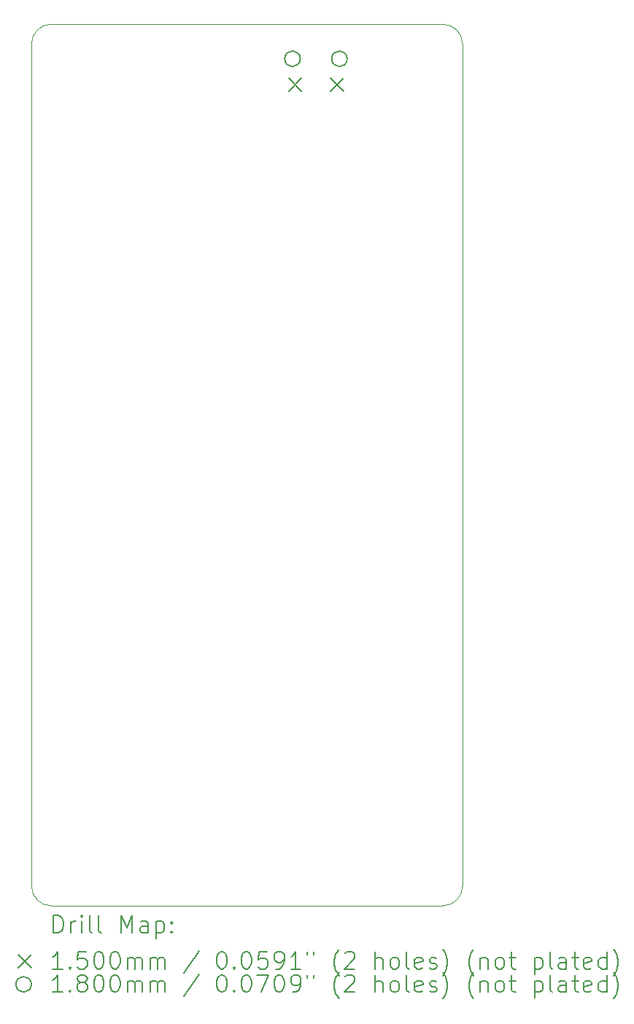
<source format=gbr>
%FSLAX45Y45*%
G04 Gerber Fmt 4.5, Leading zero omitted, Abs format (unit mm)*
G04 Created by KiCad (PCBNEW (6.0.0)) date 2022-01-02 23:15:30*
%MOMM*%
%LPD*%
G01*
G04 APERTURE LIST*
%TA.AperFunction,Profile*%
%ADD10C,0.050000*%
%TD*%
%ADD11C,0.200000*%
%ADD12C,0.150000*%
%ADD13C,0.180000*%
G04 APERTURE END LIST*
D10*
X6900000Y-6025000D02*
X6900000Y-15800000D01*
X11900000Y-15800000D02*
X11900000Y-6025000D01*
X7125000Y-5800000D02*
G75*
G03*
X6900000Y-6025000I0J-225000D01*
G01*
X7125000Y-16025000D02*
X11675000Y-16025000D01*
X11675000Y-16025000D02*
G75*
G03*
X11900000Y-15800000I0J225000D01*
G01*
X6900000Y-15800000D02*
G75*
G03*
X7125000Y-16025000I225000J0D01*
G01*
X11900000Y-6025000D02*
G75*
G03*
X11675000Y-5800000I-225000J0D01*
G01*
X11675000Y-5800000D02*
X7125000Y-5800000D01*
D11*
D12*
X9882500Y-6428000D02*
X10032500Y-6578000D01*
X10032500Y-6428000D02*
X9882500Y-6578000D01*
X10367500Y-6428000D02*
X10517500Y-6578000D01*
X10517500Y-6428000D02*
X10367500Y-6578000D01*
D13*
X10017500Y-6200000D02*
G75*
G03*
X10017500Y-6200000I-90000J0D01*
G01*
X10562500Y-6200000D02*
G75*
G03*
X10562500Y-6200000I-90000J0D01*
G01*
D11*
X7155119Y-16337976D02*
X7155119Y-16137976D01*
X7202738Y-16137976D01*
X7231309Y-16147500D01*
X7250357Y-16166548D01*
X7259881Y-16185595D01*
X7269405Y-16223690D01*
X7269405Y-16252262D01*
X7259881Y-16290357D01*
X7250357Y-16309405D01*
X7231309Y-16328452D01*
X7202738Y-16337976D01*
X7155119Y-16337976D01*
X7355119Y-16337976D02*
X7355119Y-16204643D01*
X7355119Y-16242738D02*
X7364643Y-16223690D01*
X7374167Y-16214167D01*
X7393214Y-16204643D01*
X7412262Y-16204643D01*
X7478928Y-16337976D02*
X7478928Y-16204643D01*
X7478928Y-16137976D02*
X7469405Y-16147500D01*
X7478928Y-16157024D01*
X7488452Y-16147500D01*
X7478928Y-16137976D01*
X7478928Y-16157024D01*
X7602738Y-16337976D02*
X7583690Y-16328452D01*
X7574167Y-16309405D01*
X7574167Y-16137976D01*
X7707500Y-16337976D02*
X7688452Y-16328452D01*
X7678928Y-16309405D01*
X7678928Y-16137976D01*
X7936071Y-16337976D02*
X7936071Y-16137976D01*
X8002738Y-16280833D01*
X8069405Y-16137976D01*
X8069405Y-16337976D01*
X8250357Y-16337976D02*
X8250357Y-16233214D01*
X8240833Y-16214167D01*
X8221786Y-16204643D01*
X8183690Y-16204643D01*
X8164643Y-16214167D01*
X8250357Y-16328452D02*
X8231309Y-16337976D01*
X8183690Y-16337976D01*
X8164643Y-16328452D01*
X8155119Y-16309405D01*
X8155119Y-16290357D01*
X8164643Y-16271309D01*
X8183690Y-16261786D01*
X8231309Y-16261786D01*
X8250357Y-16252262D01*
X8345595Y-16204643D02*
X8345595Y-16404643D01*
X8345595Y-16214167D02*
X8364643Y-16204643D01*
X8402738Y-16204643D01*
X8421786Y-16214167D01*
X8431310Y-16223690D01*
X8440833Y-16242738D01*
X8440833Y-16299881D01*
X8431310Y-16318928D01*
X8421786Y-16328452D01*
X8402738Y-16337976D01*
X8364643Y-16337976D01*
X8345595Y-16328452D01*
X8526548Y-16318928D02*
X8536071Y-16328452D01*
X8526548Y-16337976D01*
X8517024Y-16328452D01*
X8526548Y-16318928D01*
X8526548Y-16337976D01*
X8526548Y-16214167D02*
X8536071Y-16223690D01*
X8526548Y-16233214D01*
X8517024Y-16223690D01*
X8526548Y-16214167D01*
X8526548Y-16233214D01*
D12*
X6747500Y-16592500D02*
X6897500Y-16742500D01*
X6897500Y-16592500D02*
X6747500Y-16742500D01*
D11*
X7259881Y-16757976D02*
X7145595Y-16757976D01*
X7202738Y-16757976D02*
X7202738Y-16557976D01*
X7183690Y-16586548D01*
X7164643Y-16605595D01*
X7145595Y-16615119D01*
X7345595Y-16738928D02*
X7355119Y-16748452D01*
X7345595Y-16757976D01*
X7336071Y-16748452D01*
X7345595Y-16738928D01*
X7345595Y-16757976D01*
X7536071Y-16557976D02*
X7440833Y-16557976D01*
X7431309Y-16653214D01*
X7440833Y-16643690D01*
X7459881Y-16634167D01*
X7507500Y-16634167D01*
X7526548Y-16643690D01*
X7536071Y-16653214D01*
X7545595Y-16672262D01*
X7545595Y-16719881D01*
X7536071Y-16738928D01*
X7526548Y-16748452D01*
X7507500Y-16757976D01*
X7459881Y-16757976D01*
X7440833Y-16748452D01*
X7431309Y-16738928D01*
X7669405Y-16557976D02*
X7688452Y-16557976D01*
X7707500Y-16567500D01*
X7717024Y-16577024D01*
X7726548Y-16596071D01*
X7736071Y-16634167D01*
X7736071Y-16681786D01*
X7726548Y-16719881D01*
X7717024Y-16738928D01*
X7707500Y-16748452D01*
X7688452Y-16757976D01*
X7669405Y-16757976D01*
X7650357Y-16748452D01*
X7640833Y-16738928D01*
X7631309Y-16719881D01*
X7621786Y-16681786D01*
X7621786Y-16634167D01*
X7631309Y-16596071D01*
X7640833Y-16577024D01*
X7650357Y-16567500D01*
X7669405Y-16557976D01*
X7859881Y-16557976D02*
X7878928Y-16557976D01*
X7897976Y-16567500D01*
X7907500Y-16577024D01*
X7917024Y-16596071D01*
X7926548Y-16634167D01*
X7926548Y-16681786D01*
X7917024Y-16719881D01*
X7907500Y-16738928D01*
X7897976Y-16748452D01*
X7878928Y-16757976D01*
X7859881Y-16757976D01*
X7840833Y-16748452D01*
X7831309Y-16738928D01*
X7821786Y-16719881D01*
X7812262Y-16681786D01*
X7812262Y-16634167D01*
X7821786Y-16596071D01*
X7831309Y-16577024D01*
X7840833Y-16567500D01*
X7859881Y-16557976D01*
X8012262Y-16757976D02*
X8012262Y-16624643D01*
X8012262Y-16643690D02*
X8021786Y-16634167D01*
X8040833Y-16624643D01*
X8069405Y-16624643D01*
X8088452Y-16634167D01*
X8097976Y-16653214D01*
X8097976Y-16757976D01*
X8097976Y-16653214D02*
X8107500Y-16634167D01*
X8126548Y-16624643D01*
X8155119Y-16624643D01*
X8174167Y-16634167D01*
X8183690Y-16653214D01*
X8183690Y-16757976D01*
X8278928Y-16757976D02*
X8278928Y-16624643D01*
X8278928Y-16643690D02*
X8288452Y-16634167D01*
X8307500Y-16624643D01*
X8336071Y-16624643D01*
X8355119Y-16634167D01*
X8364643Y-16653214D01*
X8364643Y-16757976D01*
X8364643Y-16653214D02*
X8374167Y-16634167D01*
X8393214Y-16624643D01*
X8421786Y-16624643D01*
X8440833Y-16634167D01*
X8450357Y-16653214D01*
X8450357Y-16757976D01*
X8840833Y-16548452D02*
X8669405Y-16805595D01*
X9097976Y-16557976D02*
X9117024Y-16557976D01*
X9136071Y-16567500D01*
X9145595Y-16577024D01*
X9155119Y-16596071D01*
X9164643Y-16634167D01*
X9164643Y-16681786D01*
X9155119Y-16719881D01*
X9145595Y-16738928D01*
X9136071Y-16748452D01*
X9117024Y-16757976D01*
X9097976Y-16757976D01*
X9078929Y-16748452D01*
X9069405Y-16738928D01*
X9059881Y-16719881D01*
X9050357Y-16681786D01*
X9050357Y-16634167D01*
X9059881Y-16596071D01*
X9069405Y-16577024D01*
X9078929Y-16567500D01*
X9097976Y-16557976D01*
X9250357Y-16738928D02*
X9259881Y-16748452D01*
X9250357Y-16757976D01*
X9240833Y-16748452D01*
X9250357Y-16738928D01*
X9250357Y-16757976D01*
X9383690Y-16557976D02*
X9402738Y-16557976D01*
X9421786Y-16567500D01*
X9431310Y-16577024D01*
X9440833Y-16596071D01*
X9450357Y-16634167D01*
X9450357Y-16681786D01*
X9440833Y-16719881D01*
X9431310Y-16738928D01*
X9421786Y-16748452D01*
X9402738Y-16757976D01*
X9383690Y-16757976D01*
X9364643Y-16748452D01*
X9355119Y-16738928D01*
X9345595Y-16719881D01*
X9336071Y-16681786D01*
X9336071Y-16634167D01*
X9345595Y-16596071D01*
X9355119Y-16577024D01*
X9364643Y-16567500D01*
X9383690Y-16557976D01*
X9631310Y-16557976D02*
X9536071Y-16557976D01*
X9526548Y-16653214D01*
X9536071Y-16643690D01*
X9555119Y-16634167D01*
X9602738Y-16634167D01*
X9621786Y-16643690D01*
X9631310Y-16653214D01*
X9640833Y-16672262D01*
X9640833Y-16719881D01*
X9631310Y-16738928D01*
X9621786Y-16748452D01*
X9602738Y-16757976D01*
X9555119Y-16757976D01*
X9536071Y-16748452D01*
X9526548Y-16738928D01*
X9736071Y-16757976D02*
X9774167Y-16757976D01*
X9793214Y-16748452D01*
X9802738Y-16738928D01*
X9821786Y-16710357D01*
X9831310Y-16672262D01*
X9831310Y-16596071D01*
X9821786Y-16577024D01*
X9812262Y-16567500D01*
X9793214Y-16557976D01*
X9755119Y-16557976D01*
X9736071Y-16567500D01*
X9726548Y-16577024D01*
X9717024Y-16596071D01*
X9717024Y-16643690D01*
X9726548Y-16662738D01*
X9736071Y-16672262D01*
X9755119Y-16681786D01*
X9793214Y-16681786D01*
X9812262Y-16672262D01*
X9821786Y-16662738D01*
X9831310Y-16643690D01*
X10021786Y-16757976D02*
X9907500Y-16757976D01*
X9964643Y-16757976D02*
X9964643Y-16557976D01*
X9945595Y-16586548D01*
X9926548Y-16605595D01*
X9907500Y-16615119D01*
X10097976Y-16557976D02*
X10097976Y-16596071D01*
X10174167Y-16557976D02*
X10174167Y-16596071D01*
X10469405Y-16834167D02*
X10459881Y-16824643D01*
X10440833Y-16796071D01*
X10431310Y-16777024D01*
X10421786Y-16748452D01*
X10412262Y-16700833D01*
X10412262Y-16662738D01*
X10421786Y-16615119D01*
X10431310Y-16586548D01*
X10440833Y-16567500D01*
X10459881Y-16538928D01*
X10469405Y-16529405D01*
X10536071Y-16577024D02*
X10545595Y-16567500D01*
X10564643Y-16557976D01*
X10612262Y-16557976D01*
X10631310Y-16567500D01*
X10640833Y-16577024D01*
X10650357Y-16596071D01*
X10650357Y-16615119D01*
X10640833Y-16643690D01*
X10526548Y-16757976D01*
X10650357Y-16757976D01*
X10888452Y-16757976D02*
X10888452Y-16557976D01*
X10974167Y-16757976D02*
X10974167Y-16653214D01*
X10964643Y-16634167D01*
X10945595Y-16624643D01*
X10917024Y-16624643D01*
X10897976Y-16634167D01*
X10888452Y-16643690D01*
X11097976Y-16757976D02*
X11078929Y-16748452D01*
X11069405Y-16738928D01*
X11059881Y-16719881D01*
X11059881Y-16662738D01*
X11069405Y-16643690D01*
X11078929Y-16634167D01*
X11097976Y-16624643D01*
X11126548Y-16624643D01*
X11145595Y-16634167D01*
X11155119Y-16643690D01*
X11164643Y-16662738D01*
X11164643Y-16719881D01*
X11155119Y-16738928D01*
X11145595Y-16748452D01*
X11126548Y-16757976D01*
X11097976Y-16757976D01*
X11278928Y-16757976D02*
X11259881Y-16748452D01*
X11250357Y-16729405D01*
X11250357Y-16557976D01*
X11431309Y-16748452D02*
X11412262Y-16757976D01*
X11374167Y-16757976D01*
X11355119Y-16748452D01*
X11345595Y-16729405D01*
X11345595Y-16653214D01*
X11355119Y-16634167D01*
X11374167Y-16624643D01*
X11412262Y-16624643D01*
X11431309Y-16634167D01*
X11440833Y-16653214D01*
X11440833Y-16672262D01*
X11345595Y-16691309D01*
X11517024Y-16748452D02*
X11536071Y-16757976D01*
X11574167Y-16757976D01*
X11593214Y-16748452D01*
X11602738Y-16729405D01*
X11602738Y-16719881D01*
X11593214Y-16700833D01*
X11574167Y-16691309D01*
X11545595Y-16691309D01*
X11526548Y-16681786D01*
X11517024Y-16662738D01*
X11517024Y-16653214D01*
X11526548Y-16634167D01*
X11545595Y-16624643D01*
X11574167Y-16624643D01*
X11593214Y-16634167D01*
X11669405Y-16834167D02*
X11678928Y-16824643D01*
X11697976Y-16796071D01*
X11707500Y-16777024D01*
X11717024Y-16748452D01*
X11726548Y-16700833D01*
X11726548Y-16662738D01*
X11717024Y-16615119D01*
X11707500Y-16586548D01*
X11697976Y-16567500D01*
X11678928Y-16538928D01*
X11669405Y-16529405D01*
X12031309Y-16834167D02*
X12021786Y-16824643D01*
X12002738Y-16796071D01*
X11993214Y-16777024D01*
X11983690Y-16748452D01*
X11974167Y-16700833D01*
X11974167Y-16662738D01*
X11983690Y-16615119D01*
X11993214Y-16586548D01*
X12002738Y-16567500D01*
X12021786Y-16538928D01*
X12031309Y-16529405D01*
X12107500Y-16624643D02*
X12107500Y-16757976D01*
X12107500Y-16643690D02*
X12117024Y-16634167D01*
X12136071Y-16624643D01*
X12164643Y-16624643D01*
X12183690Y-16634167D01*
X12193214Y-16653214D01*
X12193214Y-16757976D01*
X12317024Y-16757976D02*
X12297976Y-16748452D01*
X12288452Y-16738928D01*
X12278928Y-16719881D01*
X12278928Y-16662738D01*
X12288452Y-16643690D01*
X12297976Y-16634167D01*
X12317024Y-16624643D01*
X12345595Y-16624643D01*
X12364643Y-16634167D01*
X12374167Y-16643690D01*
X12383690Y-16662738D01*
X12383690Y-16719881D01*
X12374167Y-16738928D01*
X12364643Y-16748452D01*
X12345595Y-16757976D01*
X12317024Y-16757976D01*
X12440833Y-16624643D02*
X12517024Y-16624643D01*
X12469405Y-16557976D02*
X12469405Y-16729405D01*
X12478928Y-16748452D01*
X12497976Y-16757976D01*
X12517024Y-16757976D01*
X12736071Y-16624643D02*
X12736071Y-16824643D01*
X12736071Y-16634167D02*
X12755119Y-16624643D01*
X12793214Y-16624643D01*
X12812262Y-16634167D01*
X12821786Y-16643690D01*
X12831309Y-16662738D01*
X12831309Y-16719881D01*
X12821786Y-16738928D01*
X12812262Y-16748452D01*
X12793214Y-16757976D01*
X12755119Y-16757976D01*
X12736071Y-16748452D01*
X12945595Y-16757976D02*
X12926548Y-16748452D01*
X12917024Y-16729405D01*
X12917024Y-16557976D01*
X13107500Y-16757976D02*
X13107500Y-16653214D01*
X13097976Y-16634167D01*
X13078928Y-16624643D01*
X13040833Y-16624643D01*
X13021786Y-16634167D01*
X13107500Y-16748452D02*
X13088452Y-16757976D01*
X13040833Y-16757976D01*
X13021786Y-16748452D01*
X13012262Y-16729405D01*
X13012262Y-16710357D01*
X13021786Y-16691309D01*
X13040833Y-16681786D01*
X13088452Y-16681786D01*
X13107500Y-16672262D01*
X13174167Y-16624643D02*
X13250357Y-16624643D01*
X13202738Y-16557976D02*
X13202738Y-16729405D01*
X13212262Y-16748452D01*
X13231309Y-16757976D01*
X13250357Y-16757976D01*
X13393214Y-16748452D02*
X13374167Y-16757976D01*
X13336071Y-16757976D01*
X13317024Y-16748452D01*
X13307500Y-16729405D01*
X13307500Y-16653214D01*
X13317024Y-16634167D01*
X13336071Y-16624643D01*
X13374167Y-16624643D01*
X13393214Y-16634167D01*
X13402738Y-16653214D01*
X13402738Y-16672262D01*
X13307500Y-16691309D01*
X13574167Y-16757976D02*
X13574167Y-16557976D01*
X13574167Y-16748452D02*
X13555119Y-16757976D01*
X13517024Y-16757976D01*
X13497976Y-16748452D01*
X13488452Y-16738928D01*
X13478928Y-16719881D01*
X13478928Y-16662738D01*
X13488452Y-16643690D01*
X13497976Y-16634167D01*
X13517024Y-16624643D01*
X13555119Y-16624643D01*
X13574167Y-16634167D01*
X13650357Y-16834167D02*
X13659881Y-16824643D01*
X13678928Y-16796071D01*
X13688452Y-16777024D01*
X13697976Y-16748452D01*
X13707500Y-16700833D01*
X13707500Y-16662738D01*
X13697976Y-16615119D01*
X13688452Y-16586548D01*
X13678928Y-16567500D01*
X13659881Y-16538928D01*
X13650357Y-16529405D01*
D13*
X6897500Y-16937500D02*
G75*
G03*
X6897500Y-16937500I-90000J0D01*
G01*
D11*
X7259881Y-17027976D02*
X7145595Y-17027976D01*
X7202738Y-17027976D02*
X7202738Y-16827976D01*
X7183690Y-16856548D01*
X7164643Y-16875595D01*
X7145595Y-16885119D01*
X7345595Y-17008929D02*
X7355119Y-17018452D01*
X7345595Y-17027976D01*
X7336071Y-17018452D01*
X7345595Y-17008929D01*
X7345595Y-17027976D01*
X7469405Y-16913690D02*
X7450357Y-16904167D01*
X7440833Y-16894643D01*
X7431309Y-16875595D01*
X7431309Y-16866071D01*
X7440833Y-16847024D01*
X7450357Y-16837500D01*
X7469405Y-16827976D01*
X7507500Y-16827976D01*
X7526548Y-16837500D01*
X7536071Y-16847024D01*
X7545595Y-16866071D01*
X7545595Y-16875595D01*
X7536071Y-16894643D01*
X7526548Y-16904167D01*
X7507500Y-16913690D01*
X7469405Y-16913690D01*
X7450357Y-16923214D01*
X7440833Y-16932738D01*
X7431309Y-16951786D01*
X7431309Y-16989881D01*
X7440833Y-17008929D01*
X7450357Y-17018452D01*
X7469405Y-17027976D01*
X7507500Y-17027976D01*
X7526548Y-17018452D01*
X7536071Y-17008929D01*
X7545595Y-16989881D01*
X7545595Y-16951786D01*
X7536071Y-16932738D01*
X7526548Y-16923214D01*
X7507500Y-16913690D01*
X7669405Y-16827976D02*
X7688452Y-16827976D01*
X7707500Y-16837500D01*
X7717024Y-16847024D01*
X7726548Y-16866071D01*
X7736071Y-16904167D01*
X7736071Y-16951786D01*
X7726548Y-16989881D01*
X7717024Y-17008929D01*
X7707500Y-17018452D01*
X7688452Y-17027976D01*
X7669405Y-17027976D01*
X7650357Y-17018452D01*
X7640833Y-17008929D01*
X7631309Y-16989881D01*
X7621786Y-16951786D01*
X7621786Y-16904167D01*
X7631309Y-16866071D01*
X7640833Y-16847024D01*
X7650357Y-16837500D01*
X7669405Y-16827976D01*
X7859881Y-16827976D02*
X7878928Y-16827976D01*
X7897976Y-16837500D01*
X7907500Y-16847024D01*
X7917024Y-16866071D01*
X7926548Y-16904167D01*
X7926548Y-16951786D01*
X7917024Y-16989881D01*
X7907500Y-17008929D01*
X7897976Y-17018452D01*
X7878928Y-17027976D01*
X7859881Y-17027976D01*
X7840833Y-17018452D01*
X7831309Y-17008929D01*
X7821786Y-16989881D01*
X7812262Y-16951786D01*
X7812262Y-16904167D01*
X7821786Y-16866071D01*
X7831309Y-16847024D01*
X7840833Y-16837500D01*
X7859881Y-16827976D01*
X8012262Y-17027976D02*
X8012262Y-16894643D01*
X8012262Y-16913690D02*
X8021786Y-16904167D01*
X8040833Y-16894643D01*
X8069405Y-16894643D01*
X8088452Y-16904167D01*
X8097976Y-16923214D01*
X8097976Y-17027976D01*
X8097976Y-16923214D02*
X8107500Y-16904167D01*
X8126548Y-16894643D01*
X8155119Y-16894643D01*
X8174167Y-16904167D01*
X8183690Y-16923214D01*
X8183690Y-17027976D01*
X8278928Y-17027976D02*
X8278928Y-16894643D01*
X8278928Y-16913690D02*
X8288452Y-16904167D01*
X8307500Y-16894643D01*
X8336071Y-16894643D01*
X8355119Y-16904167D01*
X8364643Y-16923214D01*
X8364643Y-17027976D01*
X8364643Y-16923214D02*
X8374167Y-16904167D01*
X8393214Y-16894643D01*
X8421786Y-16894643D01*
X8440833Y-16904167D01*
X8450357Y-16923214D01*
X8450357Y-17027976D01*
X8840833Y-16818452D02*
X8669405Y-17075595D01*
X9097976Y-16827976D02*
X9117024Y-16827976D01*
X9136071Y-16837500D01*
X9145595Y-16847024D01*
X9155119Y-16866071D01*
X9164643Y-16904167D01*
X9164643Y-16951786D01*
X9155119Y-16989881D01*
X9145595Y-17008929D01*
X9136071Y-17018452D01*
X9117024Y-17027976D01*
X9097976Y-17027976D01*
X9078929Y-17018452D01*
X9069405Y-17008929D01*
X9059881Y-16989881D01*
X9050357Y-16951786D01*
X9050357Y-16904167D01*
X9059881Y-16866071D01*
X9069405Y-16847024D01*
X9078929Y-16837500D01*
X9097976Y-16827976D01*
X9250357Y-17008929D02*
X9259881Y-17018452D01*
X9250357Y-17027976D01*
X9240833Y-17018452D01*
X9250357Y-17008929D01*
X9250357Y-17027976D01*
X9383690Y-16827976D02*
X9402738Y-16827976D01*
X9421786Y-16837500D01*
X9431310Y-16847024D01*
X9440833Y-16866071D01*
X9450357Y-16904167D01*
X9450357Y-16951786D01*
X9440833Y-16989881D01*
X9431310Y-17008929D01*
X9421786Y-17018452D01*
X9402738Y-17027976D01*
X9383690Y-17027976D01*
X9364643Y-17018452D01*
X9355119Y-17008929D01*
X9345595Y-16989881D01*
X9336071Y-16951786D01*
X9336071Y-16904167D01*
X9345595Y-16866071D01*
X9355119Y-16847024D01*
X9364643Y-16837500D01*
X9383690Y-16827976D01*
X9517024Y-16827976D02*
X9650357Y-16827976D01*
X9564643Y-17027976D01*
X9764643Y-16827976D02*
X9783690Y-16827976D01*
X9802738Y-16837500D01*
X9812262Y-16847024D01*
X9821786Y-16866071D01*
X9831310Y-16904167D01*
X9831310Y-16951786D01*
X9821786Y-16989881D01*
X9812262Y-17008929D01*
X9802738Y-17018452D01*
X9783690Y-17027976D01*
X9764643Y-17027976D01*
X9745595Y-17018452D01*
X9736071Y-17008929D01*
X9726548Y-16989881D01*
X9717024Y-16951786D01*
X9717024Y-16904167D01*
X9726548Y-16866071D01*
X9736071Y-16847024D01*
X9745595Y-16837500D01*
X9764643Y-16827976D01*
X9926548Y-17027976D02*
X9964643Y-17027976D01*
X9983690Y-17018452D01*
X9993214Y-17008929D01*
X10012262Y-16980357D01*
X10021786Y-16942262D01*
X10021786Y-16866071D01*
X10012262Y-16847024D01*
X10002738Y-16837500D01*
X9983690Y-16827976D01*
X9945595Y-16827976D01*
X9926548Y-16837500D01*
X9917024Y-16847024D01*
X9907500Y-16866071D01*
X9907500Y-16913690D01*
X9917024Y-16932738D01*
X9926548Y-16942262D01*
X9945595Y-16951786D01*
X9983690Y-16951786D01*
X10002738Y-16942262D01*
X10012262Y-16932738D01*
X10021786Y-16913690D01*
X10097976Y-16827976D02*
X10097976Y-16866071D01*
X10174167Y-16827976D02*
X10174167Y-16866071D01*
X10469405Y-17104167D02*
X10459881Y-17094643D01*
X10440833Y-17066071D01*
X10431310Y-17047024D01*
X10421786Y-17018452D01*
X10412262Y-16970833D01*
X10412262Y-16932738D01*
X10421786Y-16885119D01*
X10431310Y-16856548D01*
X10440833Y-16837500D01*
X10459881Y-16808929D01*
X10469405Y-16799405D01*
X10536071Y-16847024D02*
X10545595Y-16837500D01*
X10564643Y-16827976D01*
X10612262Y-16827976D01*
X10631310Y-16837500D01*
X10640833Y-16847024D01*
X10650357Y-16866071D01*
X10650357Y-16885119D01*
X10640833Y-16913690D01*
X10526548Y-17027976D01*
X10650357Y-17027976D01*
X10888452Y-17027976D02*
X10888452Y-16827976D01*
X10974167Y-17027976D02*
X10974167Y-16923214D01*
X10964643Y-16904167D01*
X10945595Y-16894643D01*
X10917024Y-16894643D01*
X10897976Y-16904167D01*
X10888452Y-16913690D01*
X11097976Y-17027976D02*
X11078929Y-17018452D01*
X11069405Y-17008929D01*
X11059881Y-16989881D01*
X11059881Y-16932738D01*
X11069405Y-16913690D01*
X11078929Y-16904167D01*
X11097976Y-16894643D01*
X11126548Y-16894643D01*
X11145595Y-16904167D01*
X11155119Y-16913690D01*
X11164643Y-16932738D01*
X11164643Y-16989881D01*
X11155119Y-17008929D01*
X11145595Y-17018452D01*
X11126548Y-17027976D01*
X11097976Y-17027976D01*
X11278928Y-17027976D02*
X11259881Y-17018452D01*
X11250357Y-16999405D01*
X11250357Y-16827976D01*
X11431309Y-17018452D02*
X11412262Y-17027976D01*
X11374167Y-17027976D01*
X11355119Y-17018452D01*
X11345595Y-16999405D01*
X11345595Y-16923214D01*
X11355119Y-16904167D01*
X11374167Y-16894643D01*
X11412262Y-16894643D01*
X11431309Y-16904167D01*
X11440833Y-16923214D01*
X11440833Y-16942262D01*
X11345595Y-16961310D01*
X11517024Y-17018452D02*
X11536071Y-17027976D01*
X11574167Y-17027976D01*
X11593214Y-17018452D01*
X11602738Y-16999405D01*
X11602738Y-16989881D01*
X11593214Y-16970833D01*
X11574167Y-16961310D01*
X11545595Y-16961310D01*
X11526548Y-16951786D01*
X11517024Y-16932738D01*
X11517024Y-16923214D01*
X11526548Y-16904167D01*
X11545595Y-16894643D01*
X11574167Y-16894643D01*
X11593214Y-16904167D01*
X11669405Y-17104167D02*
X11678928Y-17094643D01*
X11697976Y-17066071D01*
X11707500Y-17047024D01*
X11717024Y-17018452D01*
X11726548Y-16970833D01*
X11726548Y-16932738D01*
X11717024Y-16885119D01*
X11707500Y-16856548D01*
X11697976Y-16837500D01*
X11678928Y-16808929D01*
X11669405Y-16799405D01*
X12031309Y-17104167D02*
X12021786Y-17094643D01*
X12002738Y-17066071D01*
X11993214Y-17047024D01*
X11983690Y-17018452D01*
X11974167Y-16970833D01*
X11974167Y-16932738D01*
X11983690Y-16885119D01*
X11993214Y-16856548D01*
X12002738Y-16837500D01*
X12021786Y-16808929D01*
X12031309Y-16799405D01*
X12107500Y-16894643D02*
X12107500Y-17027976D01*
X12107500Y-16913690D02*
X12117024Y-16904167D01*
X12136071Y-16894643D01*
X12164643Y-16894643D01*
X12183690Y-16904167D01*
X12193214Y-16923214D01*
X12193214Y-17027976D01*
X12317024Y-17027976D02*
X12297976Y-17018452D01*
X12288452Y-17008929D01*
X12278928Y-16989881D01*
X12278928Y-16932738D01*
X12288452Y-16913690D01*
X12297976Y-16904167D01*
X12317024Y-16894643D01*
X12345595Y-16894643D01*
X12364643Y-16904167D01*
X12374167Y-16913690D01*
X12383690Y-16932738D01*
X12383690Y-16989881D01*
X12374167Y-17008929D01*
X12364643Y-17018452D01*
X12345595Y-17027976D01*
X12317024Y-17027976D01*
X12440833Y-16894643D02*
X12517024Y-16894643D01*
X12469405Y-16827976D02*
X12469405Y-16999405D01*
X12478928Y-17018452D01*
X12497976Y-17027976D01*
X12517024Y-17027976D01*
X12736071Y-16894643D02*
X12736071Y-17094643D01*
X12736071Y-16904167D02*
X12755119Y-16894643D01*
X12793214Y-16894643D01*
X12812262Y-16904167D01*
X12821786Y-16913690D01*
X12831309Y-16932738D01*
X12831309Y-16989881D01*
X12821786Y-17008929D01*
X12812262Y-17018452D01*
X12793214Y-17027976D01*
X12755119Y-17027976D01*
X12736071Y-17018452D01*
X12945595Y-17027976D02*
X12926548Y-17018452D01*
X12917024Y-16999405D01*
X12917024Y-16827976D01*
X13107500Y-17027976D02*
X13107500Y-16923214D01*
X13097976Y-16904167D01*
X13078928Y-16894643D01*
X13040833Y-16894643D01*
X13021786Y-16904167D01*
X13107500Y-17018452D02*
X13088452Y-17027976D01*
X13040833Y-17027976D01*
X13021786Y-17018452D01*
X13012262Y-16999405D01*
X13012262Y-16980357D01*
X13021786Y-16961310D01*
X13040833Y-16951786D01*
X13088452Y-16951786D01*
X13107500Y-16942262D01*
X13174167Y-16894643D02*
X13250357Y-16894643D01*
X13202738Y-16827976D02*
X13202738Y-16999405D01*
X13212262Y-17018452D01*
X13231309Y-17027976D01*
X13250357Y-17027976D01*
X13393214Y-17018452D02*
X13374167Y-17027976D01*
X13336071Y-17027976D01*
X13317024Y-17018452D01*
X13307500Y-16999405D01*
X13307500Y-16923214D01*
X13317024Y-16904167D01*
X13336071Y-16894643D01*
X13374167Y-16894643D01*
X13393214Y-16904167D01*
X13402738Y-16923214D01*
X13402738Y-16942262D01*
X13307500Y-16961310D01*
X13574167Y-17027976D02*
X13574167Y-16827976D01*
X13574167Y-17018452D02*
X13555119Y-17027976D01*
X13517024Y-17027976D01*
X13497976Y-17018452D01*
X13488452Y-17008929D01*
X13478928Y-16989881D01*
X13478928Y-16932738D01*
X13488452Y-16913690D01*
X13497976Y-16904167D01*
X13517024Y-16894643D01*
X13555119Y-16894643D01*
X13574167Y-16904167D01*
X13650357Y-17104167D02*
X13659881Y-17094643D01*
X13678928Y-17066071D01*
X13688452Y-17047024D01*
X13697976Y-17018452D01*
X13707500Y-16970833D01*
X13707500Y-16932738D01*
X13697976Y-16885119D01*
X13688452Y-16856548D01*
X13678928Y-16837500D01*
X13659881Y-16808929D01*
X13650357Y-16799405D01*
M02*

</source>
